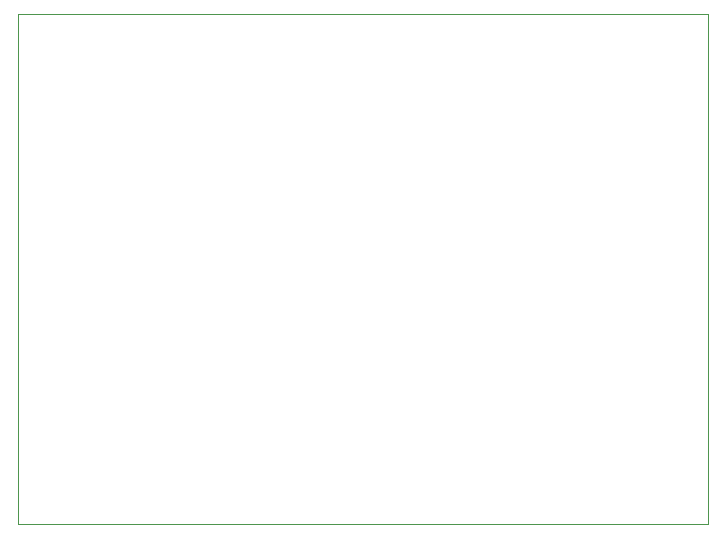
<source format=gbr>
G04 #@! TF.FileFunction,Profile,NP*
%FSLAX46Y46*%
G04 Gerber Fmt 4.6, Leading zero omitted, Abs format (unit mm)*
G04 Created by KiCad (PCBNEW 4.0.2-stable) date Friday, July 22, 2016 'AMt' 10:22:11 AM*
%MOMM*%
G01*
G04 APERTURE LIST*
%ADD10C,0.100000*%
G04 APERTURE END LIST*
D10*
X128270000Y-127000000D02*
X128270000Y-83820000D01*
X186690000Y-127000000D02*
X128270000Y-127000000D01*
X186690000Y-83820000D02*
X186690000Y-127000000D01*
X128270000Y-83820000D02*
X186690000Y-83820000D01*
M02*

</source>
